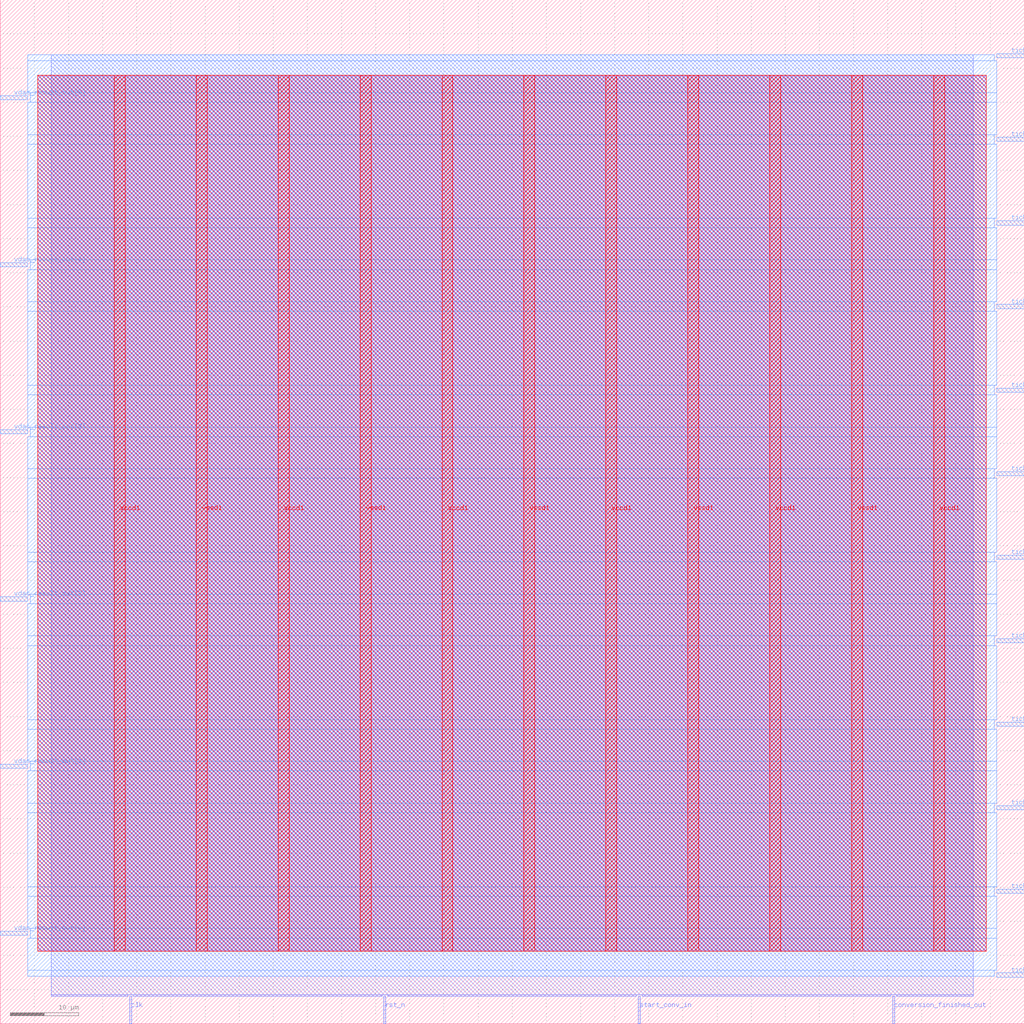
<source format=lef>
VERSION 5.7 ;
  NOWIREEXTENSIONATPIN ON ;
  DIVIDERCHAR "/" ;
  BUSBITCHARS "[]" ;
MACRO tempsense
  CLASS BLOCK ;
  FOREIGN tempsense ;
  ORIGIN 0.000 0.000 ;
  SIZE 150.000 BY 150.000 ;
  PIN clk
    DIRECTION INPUT ;
    USE SIGNAL ;
    PORT
      LAYER met2 ;
        RECT 18.950 0.000 19.230 4.000 ;
    END
  END clk
  PIN conversion_finished_out
    DIRECTION OUTPUT TRISTATE ;
    USE SIGNAL ;
    PORT
      LAYER met2 ;
        RECT 130.730 0.000 131.010 4.000 ;
    END
  END conversion_finished_out
  PIN rst_n
    DIRECTION INPUT ;
    USE SIGNAL ;
    PORT
      LAYER met2 ;
        RECT 56.210 0.000 56.490 4.000 ;
    END
  END rst_n
  PIN start_conv_in
    DIRECTION INPUT ;
    USE SIGNAL ;
    PORT
      LAYER met2 ;
        RECT 93.470 0.000 93.750 4.000 ;
    END
  END start_conv_in
  PIN tick_result_out[0]
    DIRECTION OUTPUT TRISTATE ;
    USE SIGNAL ;
    PORT
      LAYER met3 ;
        RECT 146.000 6.840 150.000 7.440 ;
    END
  END tick_result_out[0]
  PIN tick_result_out[10]
    DIRECTION OUTPUT TRISTATE ;
    USE SIGNAL ;
    PORT
      LAYER met3 ;
        RECT 146.000 129.240 150.000 129.840 ;
    END
  END tick_result_out[10]
  PIN tick_result_out[11]
    DIRECTION OUTPUT TRISTATE ;
    USE SIGNAL ;
    PORT
      LAYER met3 ;
        RECT 146.000 141.480 150.000 142.080 ;
    END
  END tick_result_out[11]
  PIN tick_result_out[1]
    DIRECTION OUTPUT TRISTATE ;
    USE SIGNAL ;
    PORT
      LAYER met3 ;
        RECT 146.000 19.080 150.000 19.680 ;
    END
  END tick_result_out[1]
  PIN tick_result_out[2]
    DIRECTION OUTPUT TRISTATE ;
    USE SIGNAL ;
    PORT
      LAYER met3 ;
        RECT 146.000 31.320 150.000 31.920 ;
    END
  END tick_result_out[2]
  PIN tick_result_out[3]
    DIRECTION OUTPUT TRISTATE ;
    USE SIGNAL ;
    PORT
      LAYER met3 ;
        RECT 146.000 43.560 150.000 44.160 ;
    END
  END tick_result_out[3]
  PIN tick_result_out[4]
    DIRECTION OUTPUT TRISTATE ;
    USE SIGNAL ;
    PORT
      LAYER met3 ;
        RECT 146.000 55.800 150.000 56.400 ;
    END
  END tick_result_out[4]
  PIN tick_result_out[5]
    DIRECTION OUTPUT TRISTATE ;
    USE SIGNAL ;
    PORT
      LAYER met3 ;
        RECT 146.000 68.040 150.000 68.640 ;
    END
  END tick_result_out[5]
  PIN tick_result_out[6]
    DIRECTION OUTPUT TRISTATE ;
    USE SIGNAL ;
    PORT
      LAYER met3 ;
        RECT 146.000 80.280 150.000 80.880 ;
    END
  END tick_result_out[6]
  PIN tick_result_out[7]
    DIRECTION OUTPUT TRISTATE ;
    USE SIGNAL ;
    PORT
      LAYER met3 ;
        RECT 146.000 92.520 150.000 93.120 ;
    END
  END tick_result_out[7]
  PIN tick_result_out[8]
    DIRECTION OUTPUT TRISTATE ;
    USE SIGNAL ;
    PORT
      LAYER met3 ;
        RECT 146.000 104.760 150.000 105.360 ;
    END
  END tick_result_out[8]
  PIN tick_result_out[9]
    DIRECTION OUTPUT TRISTATE ;
    USE SIGNAL ;
    PORT
      LAYER met3 ;
        RECT 146.000 117.000 150.000 117.600 ;
    END
  END tick_result_out[9]
  PIN vccd1
    DIRECTION INOUT ;
    USE POWER ;
    PORT
      LAYER met4 ;
        RECT 16.720 10.640 18.320 138.960 ;
    END
    PORT
      LAYER met4 ;
        RECT 40.720 10.640 42.320 138.960 ;
    END
    PORT
      LAYER met4 ;
        RECT 64.720 10.640 66.320 138.960 ;
    END
    PORT
      LAYER met4 ;
        RECT 88.720 10.640 90.320 138.960 ;
    END
    PORT
      LAYER met4 ;
        RECT 112.720 10.640 114.320 138.960 ;
    END
    PORT
      LAYER met4 ;
        RECT 136.720 10.640 138.320 138.960 ;
    END
  END vccd1
  PIN vdac_result_out[0]
    DIRECTION OUTPUT TRISTATE ;
    USE SIGNAL ;
    PORT
      LAYER met3 ;
        RECT 0.000 12.960 4.000 13.560 ;
    END
  END vdac_result_out[0]
  PIN vdac_result_out[1]
    DIRECTION OUTPUT TRISTATE ;
    USE SIGNAL ;
    PORT
      LAYER met3 ;
        RECT 0.000 37.440 4.000 38.040 ;
    END
  END vdac_result_out[1]
  PIN vdac_result_out[2]
    DIRECTION OUTPUT TRISTATE ;
    USE SIGNAL ;
    PORT
      LAYER met3 ;
        RECT 0.000 61.920 4.000 62.520 ;
    END
  END vdac_result_out[2]
  PIN vdac_result_out[3]
    DIRECTION OUTPUT TRISTATE ;
    USE SIGNAL ;
    PORT
      LAYER met3 ;
        RECT 0.000 86.400 4.000 87.000 ;
    END
  END vdac_result_out[3]
  PIN vdac_result_out[4]
    DIRECTION OUTPUT TRISTATE ;
    USE SIGNAL ;
    PORT
      LAYER met3 ;
        RECT 0.000 110.880 4.000 111.480 ;
    END
  END vdac_result_out[4]
  PIN vdac_result_out[5]
    DIRECTION OUTPUT TRISTATE ;
    USE SIGNAL ;
    PORT
      LAYER met3 ;
        RECT 0.000 135.360 4.000 135.960 ;
    END
  END vdac_result_out[5]
  PIN vssd1
    DIRECTION INOUT ;
    USE GROUND ;
    PORT
      LAYER met4 ;
        RECT 28.720 10.640 30.320 138.960 ;
    END
    PORT
      LAYER met4 ;
        RECT 52.720 10.640 54.320 138.960 ;
    END
    PORT
      LAYER met4 ;
        RECT 76.720 10.640 78.320 138.960 ;
    END
    PORT
      LAYER met4 ;
        RECT 100.720 10.640 102.320 138.960 ;
    END
    PORT
      LAYER met4 ;
        RECT 124.720 10.640 126.320 138.960 ;
    END
  END vssd1
  OBS
      LAYER li1 ;
        RECT 5.520 10.795 144.440 138.805 ;
      LAYER met1 ;
        RECT 5.520 10.640 144.440 138.960 ;
      LAYER met2 ;
        RECT 7.460 4.280 142.500 141.965 ;
        RECT 7.460 4.000 18.670 4.280 ;
        RECT 19.510 4.000 55.930 4.280 ;
        RECT 56.770 4.000 93.190 4.280 ;
        RECT 94.030 4.000 130.450 4.280 ;
        RECT 131.290 4.000 142.500 4.280 ;
      LAYER met3 ;
        RECT 4.000 141.080 145.600 141.945 ;
        RECT 4.000 136.360 146.000 141.080 ;
        RECT 4.400 134.960 146.000 136.360 ;
        RECT 4.000 130.240 146.000 134.960 ;
        RECT 4.000 128.840 145.600 130.240 ;
        RECT 4.000 118.000 146.000 128.840 ;
        RECT 4.000 116.600 145.600 118.000 ;
        RECT 4.000 111.880 146.000 116.600 ;
        RECT 4.400 110.480 146.000 111.880 ;
        RECT 4.000 105.760 146.000 110.480 ;
        RECT 4.000 104.360 145.600 105.760 ;
        RECT 4.000 93.520 146.000 104.360 ;
        RECT 4.000 92.120 145.600 93.520 ;
        RECT 4.000 87.400 146.000 92.120 ;
        RECT 4.400 86.000 146.000 87.400 ;
        RECT 4.000 81.280 146.000 86.000 ;
        RECT 4.000 79.880 145.600 81.280 ;
        RECT 4.000 69.040 146.000 79.880 ;
        RECT 4.000 67.640 145.600 69.040 ;
        RECT 4.000 62.920 146.000 67.640 ;
        RECT 4.400 61.520 146.000 62.920 ;
        RECT 4.000 56.800 146.000 61.520 ;
        RECT 4.000 55.400 145.600 56.800 ;
        RECT 4.000 44.560 146.000 55.400 ;
        RECT 4.000 43.160 145.600 44.560 ;
        RECT 4.000 38.440 146.000 43.160 ;
        RECT 4.400 37.040 146.000 38.440 ;
        RECT 4.000 32.320 146.000 37.040 ;
        RECT 4.000 30.920 145.600 32.320 ;
        RECT 4.000 20.080 146.000 30.920 ;
        RECT 4.000 18.680 145.600 20.080 ;
        RECT 4.000 13.960 146.000 18.680 ;
        RECT 4.400 12.560 146.000 13.960 ;
        RECT 4.000 7.840 146.000 12.560 ;
        RECT 4.000 6.975 145.600 7.840 ;
      LAYER met4 ;
	      RECT 5.520 10.640 144.440 138.960 ;
  END
END tempsense
END LIBRARY


</source>
